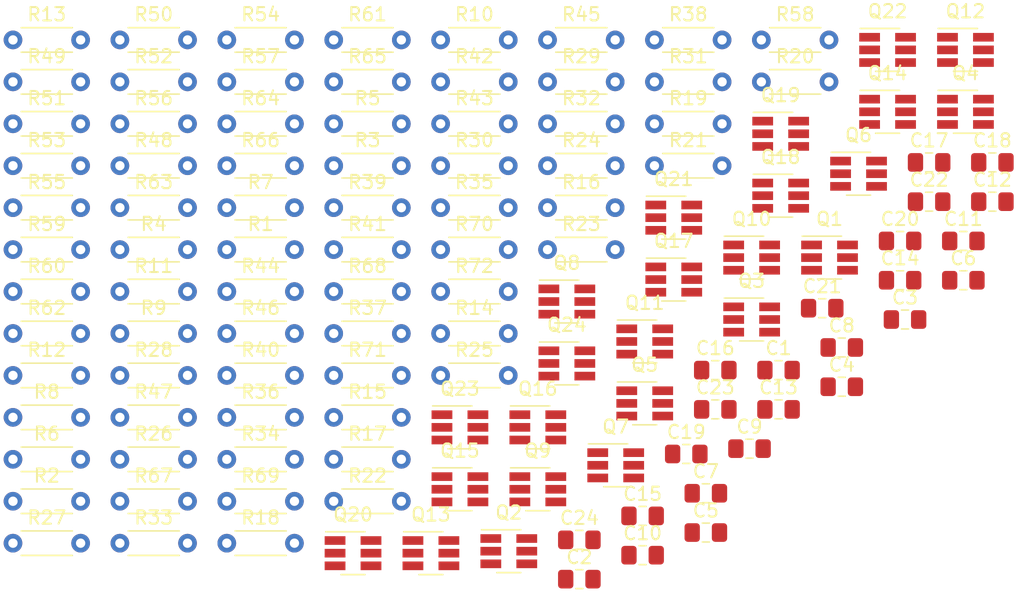
<source format=kicad_pcb>
(kicad_pcb (version 20171130) (host pcbnew "(5.1.5)-3")
  (layers (0 F.Cu signal) (31 B.Cu signal) (34 B.Paste user) (35 F.Paste user) (36 B.SilkS user) (37 F.SilkS user) (38 B.Mask user) (39 F.Mask user) (44 Edge.Cuts user))
  (net 0 "")
  (net 1 "Net-(C1-Pad2)")
  (net 2 "Net-(C1-Pad1)")
  (net 3 "Net-(C2-Pad2)")
  (net 4 "Net-(C2-Pad1)")
  (net 5 "Net-(C3-Pad2)")
  (net 6 "Net-(C3-Pad1)")
  (net 7 "Net-(C4-Pad2)")
  (net 8 "Net-(C4-Pad1)")
  (net 9 "Net-(C5-Pad2)")
  (net 10 "Net-(C5-Pad1)")
  (net 11 "Net-(C6-Pad2)")
  (net 12 "Net-(C6-Pad1)")
  (net 13 "Net-(C7-Pad2)")
  (net 14 "Net-(C7-Pad1)")
  (net 15 "Net-(C8-Pad2)")
  (net 16 "Net-(C8-Pad1)")
  (net 17 "Net-(C9-Pad2)")
  (net 18 "Net-(C9-Pad1)")
  (net 19 "Net-(C10-Pad2)")
  (net 20 "Net-(C10-Pad1)")
  (net 21 "Net-(C11-Pad2)")
  (net 22 "Net-(C11-Pad1)")
  (net 23 "Net-(C12-Pad2)")
  (net 24 "Net-(C12-Pad1)")
  (net 25 "Net-(C13-Pad2)")
  (net 26 "Net-(C13-Pad1)")
  (net 27 "Net-(C14-Pad2)")
  (net 28 "Net-(C14-Pad1)")
  (net 29 "Net-(C15-Pad2)")
  (net 30 "Net-(C15-Pad1)")
  (net 31 "Net-(C16-Pad2)")
  (net 32 "Net-(C16-Pad1)")
  (net 33 "Net-(C17-Pad2)")
  (net 34 "Net-(C17-Pad1)")
  (net 35 "Net-(C18-Pad2)")
  (net 36 "Net-(C18-Pad1)")
  (net 37 "Net-(C19-Pad2)")
  (net 38 "Net-(C19-Pad1)")
  (net 39 "Net-(C20-Pad2)")
  (net 40 "Net-(C20-Pad1)")
  (net 41 "Net-(C21-Pad2)")
  (net 42 "Net-(C21-Pad1)")
  (net 43 "Net-(C22-Pad2)")
  (net 44 "Net-(C22-Pad1)")
  (net 45 "Net-(C23-Pad2)")
  (net 46 "Net-(C23-Pad1)")
  (net 47 "Net-(C24-Pad2)")
  (net 48 "Net-(C24-Pad1)")
  (net 49 GND)
  (net 50 VCC)
  (net 51 "Net-(R4-Pad2)")
  (net 52 "Net-(R6-Pad2)")
  (net 53 "Net-(R8-Pad2)")
  (net 54 "Net-(R10-Pad1)")
  (net 55 "Net-(R12-Pad1)")
  (net 56 "Net-(R14-Pad1)")
  (net 57 "Net-(R22-Pad2)")
  (net 58 "Net-(R24-Pad2)")
  (net 59 "Net-(R26-Pad2)")
  (net 60 "Net-(R28-Pad1)")
  (net 61 "Net-(R30-Pad1)")
  (net 62 "Net-(R32-Pad1)")
  (net 63 "Net-(R40-Pad2)")
  (net 64 "Net-(R42-Pad2)")
  (net 65 "Net-(R44-Pad2)")
  (net 66 "Net-(R46-Pad1)")
  (net 67 "Net-(R48-Pad1)")
  (net 68 "Net-(R50-Pad1)")
  (net 69 "Net-(R58-Pad2)")
  (net 70 "Net-(R60-Pad2)")
  (net 71 "Net-(R62-Pad2)")
  (net 72 "Net-(R64-Pad1)")
  (net 73 "Net-(R66-Pad1)")
  (net 74 "Net-(R68-Pad1)")
  (module Resistor_THT:R_Axial_DIN0204_L3.6mm_D1.6mm_P5.08mm_Horizontal (layer F.Cu) (at 135.995 92.875)
    (fp_text reference R72 (at 2.54 -1.92) (layer F.SilkS))
    (fp_text value R_US)
    (pad 2 thru_hole oval (at 5.08 0) (size 1.4 1.4) (drill 0.7) (layers *.Cu *.Mask) (net 48 "Net-(C24-Pad1)"))
    (pad 1 thru_hole circle (at 0 0) (size 1.4 1.4) (drill 0.7) (layers *.Cu *.Mask) (net 50 VCC))
  )
  (module Resistor_THT:R_Axial_DIN0204_L3.6mm_D1.6mm_P5.08mm_Horizontal (layer F.Cu) (at 127.965 99.175)
    (fp_text reference R71 (at 2.54 -1.92) (layer F.SilkS))
    (fp_text value R_US)
    (pad 2 thru_hole oval (at 5.08 0) (size 1.4 1.4) (drill 0.7) (layers *.Cu *.Mask) (net 46 "Net-(C23-Pad1)"))
    (pad 1 thru_hole circle (at 0 0) (size 1.4 1.4) (drill 0.7) (layers *.Cu *.Mask) (net 50 VCC))
  )
  (module Resistor_THT:R_Axial_DIN0204_L3.6mm_D1.6mm_P5.08mm_Horizontal (layer F.Cu) (at 135.995 89.725)
    (fp_text reference R70 (at 2.54 -1.92) (layer F.SilkS))
    (fp_text value R_US)
    (pad 2 thru_hole oval (at 5.08 0) (size 1.4 1.4) (drill 0.7) (layers *.Cu *.Mask) (net 44 "Net-(C22-Pad1)"))
    (pad 1 thru_hole circle (at 0 0) (size 1.4 1.4) (drill 0.7) (layers *.Cu *.Mask) (net 50 VCC))
  )
  (module Resistor_THT:R_Axial_DIN0204_L3.6mm_D1.6mm_P5.08mm_Horizontal (layer F.Cu) (at 119.935 108.625)
    (fp_text reference R69 (at 2.54 -1.92) (layer F.SilkS))
    (fp_text value 27K)
    (pad 2 thru_hole oval (at 5.08 0) (size 1.4 1.4) (drill 0.7) (layers *.Cu *.Mask) (net 74 "Net-(R68-Pad1)"))
    (pad 1 thru_hole circle (at 0 0) (size 1.4 1.4) (drill 0.7) (layers *.Cu *.Mask) (net 47 "Net-(C24-Pad2)"))
  )
  (module Resistor_THT:R_Axial_DIN0204_L3.6mm_D1.6mm_P5.08mm_Horizontal (layer F.Cu) (at 127.965 92.875)
    (fp_text reference R68 (at 2.54 -1.92) (layer F.SilkS))
    (fp_text value 2K)
    (pad 2 thru_hole oval (at 5.08 0) (size 1.4 1.4) (drill 0.7) (layers *.Cu *.Mask) (net 50 VCC))
    (pad 1 thru_hole circle (at 0 0) (size 1.4 1.4) (drill 0.7) (layers *.Cu *.Mask) (net 74 "Net-(R68-Pad1)"))
  )
  (module Resistor_THT:R_Axial_DIN0204_L3.6mm_D1.6mm_P5.08mm_Horizontal (layer F.Cu) (at 111.905 108.625)
    (fp_text reference R67 (at 2.54 -1.92) (layer F.SilkS))
    (fp_text value 36K)
    (pad 2 thru_hole oval (at 5.08 0) (size 1.4 1.4) (drill 0.7) (layers *.Cu *.Mask) (net 73 "Net-(R66-Pad1)"))
    (pad 1 thru_hole circle (at 0 0) (size 1.4 1.4) (drill 0.7) (layers *.Cu *.Mask) (net 45 "Net-(C23-Pad2)"))
  )
  (module Resistor_THT:R_Axial_DIN0204_L3.6mm_D1.6mm_P5.08mm_Horizontal (layer F.Cu) (at 119.935 83.425)
    (fp_text reference R66 (at 2.54 -1.92) (layer F.SilkS))
    (fp_text value 0)
    (pad 2 thru_hole oval (at 5.08 0) (size 1.4 1.4) (drill 0.7) (layers *.Cu *.Mask) (net 50 VCC))
    (pad 1 thru_hole circle (at 0 0) (size 1.4 1.4) (drill 0.7) (layers *.Cu *.Mask) (net 73 "Net-(R66-Pad1)"))
  )
  (module Resistor_THT:R_Axial_DIN0204_L3.6mm_D1.6mm_P5.08mm_Horizontal (layer F.Cu) (at 127.965 77.125)
    (fp_text reference R65 (at 2.54 -1.92) (layer F.SilkS))
    (fp_text value 43K)
    (pad 2 thru_hole oval (at 5.08 0) (size 1.4 1.4) (drill 0.7) (layers *.Cu *.Mask) (net 72 "Net-(R64-Pad1)"))
    (pad 1 thru_hole circle (at 0 0) (size 1.4 1.4) (drill 0.7) (layers *.Cu *.Mask) (net 43 "Net-(C22-Pad2)"))
  )
  (module Resistor_THT:R_Axial_DIN0204_L3.6mm_D1.6mm_P5.08mm_Horizontal (layer F.Cu) (at 119.935 80.275)
    (fp_text reference R64 (at 2.54 -1.92) (layer F.SilkS))
    (fp_text value 3K)
    (pad 2 thru_hole oval (at 5.08 0) (size 1.4 1.4) (drill 0.7) (layers *.Cu *.Mask) (net 50 VCC))
    (pad 1 thru_hole circle (at 0 0) (size 1.4 1.4) (drill 0.7) (layers *.Cu *.Mask) (net 72 "Net-(R64-Pad1)"))
  )
  (module Resistor_THT:R_Axial_DIN0204_L3.6mm_D1.6mm_P5.08mm_Horizontal (layer F.Cu) (at 111.905 86.575)
    (fp_text reference R63 (at 2.54 -1.92) (layer F.SilkS))
    (fp_text value 27K)
    (pad 2 thru_hole oval (at 5.08 0) (size 1.4 1.4) (drill 0.7) (layers *.Cu *.Mask) (net 42 "Net-(C21-Pad1)"))
    (pad 1 thru_hole circle (at 0 0) (size 1.4 1.4) (drill 0.7) (layers *.Cu *.Mask) (net 71 "Net-(R62-Pad2)"))
  )
  (module Resistor_THT:R_Axial_DIN0204_L3.6mm_D1.6mm_P5.08mm_Horizontal (layer F.Cu) (at 103.875 96.025)
    (fp_text reference R62 (at 2.54 -1.92) (layer F.SilkS))
    (fp_text value 2K)
    (pad 2 thru_hole oval (at 5.08 0) (size 1.4 1.4) (drill 0.7) (layers *.Cu *.Mask) (net 71 "Net-(R62-Pad2)"))
    (pad 1 thru_hole circle (at 0 0) (size 1.4 1.4) (drill 0.7) (layers *.Cu *.Mask) (net 50 VCC))
  )
  (module Resistor_THT:R_Axial_DIN0204_L3.6mm_D1.6mm_P5.08mm_Horizontal (layer F.Cu) (at 127.965 73.975)
    (fp_text reference R61 (at 2.54 -1.92) (layer F.SilkS))
    (fp_text value 36K)
    (pad 2 thru_hole oval (at 5.08 0) (size 1.4 1.4) (drill 0.7) (layers *.Cu *.Mask) (net 40 "Net-(C20-Pad1)"))
    (pad 1 thru_hole circle (at 0 0) (size 1.4 1.4) (drill 0.7) (layers *.Cu *.Mask) (net 70 "Net-(R60-Pad2)"))
  )
  (module Resistor_THT:R_Axial_DIN0204_L3.6mm_D1.6mm_P5.08mm_Horizontal (layer F.Cu) (at 103.875 92.875)
    (fp_text reference R60 (at 2.54 -1.92) (layer F.SilkS))
    (fp_text value 0)
    (pad 2 thru_hole oval (at 5.08 0) (size 1.4 1.4) (drill 0.7) (layers *.Cu *.Mask) (net 70 "Net-(R60-Pad2)"))
    (pad 1 thru_hole circle (at 0 0) (size 1.4 1.4) (drill 0.7) (layers *.Cu *.Mask) (net 50 VCC))
  )
  (module Resistor_THT:R_Axial_DIN0204_L3.6mm_D1.6mm_P5.08mm_Horizontal (layer F.Cu) (at 103.875 89.725)
    (fp_text reference R59 (at 2.54 -1.92) (layer F.SilkS))
    (fp_text value 43K)
    (pad 2 thru_hole oval (at 5.08 0) (size 1.4 1.4) (drill 0.7) (layers *.Cu *.Mask) (net 38 "Net-(C19-Pad1)"))
    (pad 1 thru_hole circle (at 0 0) (size 1.4 1.4) (drill 0.7) (layers *.Cu *.Mask) (net 69 "Net-(R58-Pad2)"))
  )
  (module Resistor_THT:R_Axial_DIN0204_L3.6mm_D1.6mm_P5.08mm_Horizontal (layer F.Cu) (at 160.085 73.975)
    (fp_text reference R58 (at 2.54 -1.92) (layer F.SilkS))
    (fp_text value 3K)
    (pad 2 thru_hole oval (at 5.08 0) (size 1.4 1.4) (drill 0.7) (layers *.Cu *.Mask) (net 69 "Net-(R58-Pad2)"))
    (pad 1 thru_hole circle (at 0 0) (size 1.4 1.4) (drill 0.7) (layers *.Cu *.Mask) (net 50 VCC))
  )
  (module Resistor_THT:R_Axial_DIN0204_L3.6mm_D1.6mm_P5.08mm_Horizontal (layer F.Cu) (at 119.935 77.125)
    (fp_text reference R57 (at 2.54 -1.92) (layer F.SilkS))
    (fp_text value R_US)
    (pad 2 thru_hole oval (at 5.08 0) (size 1.4 1.4) (drill 0.7) (layers *.Cu *.Mask) (net 50 VCC))
    (pad 1 thru_hole circle (at 0 0) (size 1.4 1.4) (drill 0.7) (layers *.Cu *.Mask) (net 41 "Net-(C21-Pad2)"))
  )
  (module Resistor_THT:R_Axial_DIN0204_L3.6mm_D1.6mm_P5.08mm_Horizontal (layer F.Cu) (at 111.905 80.275)
    (fp_text reference R56 (at 2.54 -1.92) (layer F.SilkS))
    (fp_text value R_US)
    (pad 2 thru_hole oval (at 5.08 0) (size 1.4 1.4) (drill 0.7) (layers *.Cu *.Mask) (net 50 VCC))
    (pad 1 thru_hole circle (at 0 0) (size 1.4 1.4) (drill 0.7) (layers *.Cu *.Mask) (net 39 "Net-(C20-Pad2)"))
  )
  (module Resistor_THT:R_Axial_DIN0204_L3.6mm_D1.6mm_P5.08mm_Horizontal (layer F.Cu) (at 103.875 86.575)
    (fp_text reference R55 (at 2.54 -1.92) (layer F.SilkS))
    (fp_text value R_US)
    (pad 2 thru_hole oval (at 5.08 0) (size 1.4 1.4) (drill 0.7) (layers *.Cu *.Mask) (net 50 VCC))
    (pad 1 thru_hole circle (at 0 0) (size 1.4 1.4) (drill 0.7) (layers *.Cu *.Mask) (net 37 "Net-(C19-Pad2)"))
  )
  (module Resistor_THT:R_Axial_DIN0204_L3.6mm_D1.6mm_P5.08mm_Horizontal (layer F.Cu) (at 119.935 73.975)
    (fp_text reference R54 (at 2.54 -1.92) (layer F.SilkS))
    (fp_text value R_US)
    (pad 2 thru_hole oval (at 5.08 0) (size 1.4 1.4) (drill 0.7) (layers *.Cu *.Mask) (net 36 "Net-(C18-Pad1)"))
    (pad 1 thru_hole circle (at 0 0) (size 1.4 1.4) (drill 0.7) (layers *.Cu *.Mask) (net 50 VCC))
  )
  (module Resistor_THT:R_Axial_DIN0204_L3.6mm_D1.6mm_P5.08mm_Horizontal (layer F.Cu) (at 103.875 83.425)
    (fp_text reference R53 (at 2.54 -1.92) (layer F.SilkS))
    (fp_text value R_US)
    (pad 2 thru_hole oval (at 5.08 0) (size 1.4 1.4) (drill 0.7) (layers *.Cu *.Mask) (net 34 "Net-(C17-Pad1)"))
    (pad 1 thru_hole circle (at 0 0) (size 1.4 1.4) (drill 0.7) (layers *.Cu *.Mask) (net 50 VCC))
  )
  (module Resistor_THT:R_Axial_DIN0204_L3.6mm_D1.6mm_P5.08mm_Horizontal (layer F.Cu) (at 111.905 77.125)
    (fp_text reference R52 (at 2.54 -1.92) (layer F.SilkS))
    (fp_text value R_US)
    (pad 2 thru_hole oval (at 5.08 0) (size 1.4 1.4) (drill 0.7) (layers *.Cu *.Mask) (net 32 "Net-(C16-Pad1)"))
    (pad 1 thru_hole circle (at 0 0) (size 1.4 1.4) (drill 0.7) (layers *.Cu *.Mask) (net 50 VCC))
  )
  (module Resistor_THT:R_Axial_DIN0204_L3.6mm_D1.6mm_P5.08mm_Horizontal (layer F.Cu) (at 103.875 80.275)
    (fp_text reference R51 (at 2.54 -1.92) (layer F.SilkS))
    (fp_text value 30K)
    (pad 2 thru_hole oval (at 5.08 0) (size 1.4 1.4) (drill 0.7) (layers *.Cu *.Mask) (net 68 "Net-(R50-Pad1)"))
    (pad 1 thru_hole circle (at 0 0) (size 1.4 1.4) (drill 0.7) (layers *.Cu *.Mask) (net 35 "Net-(C18-Pad2)"))
  )
  (module Resistor_THT:R_Axial_DIN0204_L3.6mm_D1.6mm_P5.08mm_Horizontal (layer F.Cu) (at 111.905 73.975)
    (fp_text reference R50 (at 2.54 -1.92) (layer F.SilkS))
    (fp_text value 1K)
    (pad 2 thru_hole oval (at 5.08 0) (size 1.4 1.4) (drill 0.7) (layers *.Cu *.Mask) (net 50 VCC))
    (pad 1 thru_hole circle (at 0 0) (size 1.4 1.4) (drill 0.7) (layers *.Cu *.Mask) (net 68 "Net-(R50-Pad1)"))
  )
  (module Resistor_THT:R_Axial_DIN0204_L3.6mm_D1.6mm_P5.08mm_Horizontal (layer F.Cu) (at 103.875 77.125)
    (fp_text reference R49 (at 2.54 -1.92) (layer F.SilkS))
    (fp_text value 39K)
    (pad 2 thru_hole oval (at 5.08 0) (size 1.4 1.4) (drill 0.7) (layers *.Cu *.Mask) (net 67 "Net-(R48-Pad1)"))
    (pad 1 thru_hole circle (at 0 0) (size 1.4 1.4) (drill 0.7) (layers *.Cu *.Mask) (net 33 "Net-(C17-Pad2)"))
  )
  (module Resistor_THT:R_Axial_DIN0204_L3.6mm_D1.6mm_P5.08mm_Horizontal (layer F.Cu) (at 111.905 83.425)
    (fp_text reference R48 (at 2.54 -1.92) (layer F.SilkS))
    (fp_text value 0)
    (pad 2 thru_hole oval (at 5.08 0) (size 1.4 1.4) (drill 0.7) (layers *.Cu *.Mask) (net 50 VCC))
    (pad 1 thru_hole circle (at 0 0) (size 1.4 1.4) (drill 0.7) (layers *.Cu *.Mask) (net 67 "Net-(R48-Pad1)"))
  )
  (module Resistor_THT:R_Axial_DIN0204_L3.6mm_D1.6mm_P5.08mm_Horizontal (layer F.Cu) (at 111.905 102.325)
    (fp_text reference R47 (at 2.54 -1.92) (layer F.SilkS))
    (fp_text value 47K)
    (pad 2 thru_hole oval (at 5.08 0) (size 1.4 1.4) (drill 0.7) (layers *.Cu *.Mask) (net 66 "Net-(R46-Pad1)"))
    (pad 1 thru_hole circle (at 0 0) (size 1.4 1.4) (drill 0.7) (layers *.Cu *.Mask) (net 31 "Net-(C16-Pad2)"))
  )
  (module Resistor_THT:R_Axial_DIN0204_L3.6mm_D1.6mm_P5.08mm_Horizontal (layer F.Cu) (at 119.935 96.025)
    (fp_text reference R46 (at 2.54 -1.92) (layer F.SilkS))
    (fp_text value 2K)
    (pad 2 thru_hole oval (at 5.08 0) (size 1.4 1.4) (drill 0.7) (layers *.Cu *.Mask) (net 50 VCC))
    (pad 1 thru_hole circle (at 0 0) (size 1.4 1.4) (drill 0.7) (layers *.Cu *.Mask) (net 66 "Net-(R46-Pad1)"))
  )
  (module Resistor_THT:R_Axial_DIN0204_L3.6mm_D1.6mm_P5.08mm_Horizontal (layer F.Cu) (at 144.025 73.975)
    (fp_text reference R45 (at 2.54 -1.92) (layer F.SilkS))
    (fp_text value 30K)
    (pad 2 thru_hole oval (at 5.08 0) (size 1.4 1.4) (drill 0.7) (layers *.Cu *.Mask) (net 30 "Net-(C15-Pad1)"))
    (pad 1 thru_hole circle (at 0 0) (size 1.4 1.4) (drill 0.7) (layers *.Cu *.Mask) (net 65 "Net-(R44-Pad2)"))
  )
  (module Resistor_THT:R_Axial_DIN0204_L3.6mm_D1.6mm_P5.08mm_Horizontal (layer F.Cu) (at 119.935 92.875)
    (fp_text reference R44 (at 2.54 -1.92) (layer F.SilkS))
    (fp_text value 1K)
    (pad 2 thru_hole oval (at 5.08 0) (size 1.4 1.4) (drill 0.7) (layers *.Cu *.Mask) (net 65 "Net-(R44-Pad2)"))
    (pad 1 thru_hole circle (at 0 0) (size 1.4 1.4) (drill 0.7) (layers *.Cu *.Mask) (net 50 VCC))
  )
  (module Resistor_THT:R_Axial_DIN0204_L3.6mm_D1.6mm_P5.08mm_Horizontal (layer F.Cu) (at 135.995 80.275)
    (fp_text reference R43 (at 2.54 -1.92) (layer F.SilkS))
    (fp_text value 39K)
    (pad 2 thru_hole oval (at 5.08 0) (size 1.4 1.4) (drill 0.7) (layers *.Cu *.Mask) (net 28 "Net-(C14-Pad1)"))
    (pad 1 thru_hole circle (at 0 0) (size 1.4 1.4) (drill 0.7) (layers *.Cu *.Mask) (net 64 "Net-(R42-Pad2)"))
  )
  (module Resistor_THT:R_Axial_DIN0204_L3.6mm_D1.6mm_P5.08mm_Horizontal (layer F.Cu) (at 135.995 77.125)
    (fp_text reference R42 (at 2.54 -1.92) (layer F.SilkS))
    (fp_text value 0)
    (pad 2 thru_hole oval (at 5.08 0) (size 1.4 1.4) (drill 0.7) (layers *.Cu *.Mask) (net 64 "Net-(R42-Pad2)"))
    (pad 1 thru_hole circle (at 0 0) (size 1.4 1.4) (drill 0.7) (layers *.Cu *.Mask) (net 50 VCC))
  )
  (module Resistor_THT:R_Axial_DIN0204_L3.6mm_D1.6mm_P5.08mm_Horizontal (layer F.Cu) (at 127.965 89.725)
    (fp_text reference R41 (at 2.54 -1.92) (layer F.SilkS))
    (fp_text value 47K)
    (pad 2 thru_hole oval (at 5.08 0) (size 1.4 1.4) (drill 0.7) (layers *.Cu *.Mask) (net 26 "Net-(C13-Pad1)"))
    (pad 1 thru_hole circle (at 0 0) (size 1.4 1.4) (drill 0.7) (layers *.Cu *.Mask) (net 63 "Net-(R40-Pad2)"))
  )
  (module Resistor_THT:R_Axial_DIN0204_L3.6mm_D1.6mm_P5.08mm_Horizontal (layer F.Cu) (at 119.935 99.175)
    (fp_text reference R40 (at 2.54 -1.92) (layer F.SilkS))
    (fp_text value 2K)
    (pad 2 thru_hole oval (at 5.08 0) (size 1.4 1.4) (drill 0.7) (layers *.Cu *.Mask) (net 63 "Net-(R40-Pad2)"))
    (pad 1 thru_hole circle (at 0 0) (size 1.4 1.4) (drill 0.7) (layers *.Cu *.Mask) (net 50 VCC))
  )
  (module Resistor_THT:R_Axial_DIN0204_L3.6mm_D1.6mm_P5.08mm_Horizontal (layer F.Cu) (at 127.965 86.575)
    (fp_text reference R39 (at 2.54 -1.92) (layer F.SilkS))
    (fp_text value R_US)
    (pad 2 thru_hole oval (at 5.08 0) (size 1.4 1.4) (drill 0.7) (layers *.Cu *.Mask) (net 50 VCC))
    (pad 1 thru_hole circle (at 0 0) (size 1.4 1.4) (drill 0.7) (layers *.Cu *.Mask) (net 29 "Net-(C15-Pad2)"))
  )
  (module Resistor_THT:R_Axial_DIN0204_L3.6mm_D1.6mm_P5.08mm_Horizontal (layer F.Cu) (at 152.055 73.975)
    (fp_text reference R38 (at 2.54 -1.92) (layer F.SilkS))
    (fp_text value R_US)
    (pad 2 thru_hole oval (at 5.08 0) (size 1.4 1.4) (drill 0.7) (layers *.Cu *.Mask) (net 50 VCC))
    (pad 1 thru_hole circle (at 0 0) (size 1.4 1.4) (drill 0.7) (layers *.Cu *.Mask) (net 27 "Net-(C14-Pad2)"))
  )
  (module Resistor_THT:R_Axial_DIN0204_L3.6mm_D1.6mm_P5.08mm_Horizontal (layer F.Cu) (at 127.965 96.025)
    (fp_text reference R37 (at 2.54 -1.92) (layer F.SilkS))
    (fp_text value R_US)
    (pad 2 thru_hole oval (at 5.08 0) (size 1.4 1.4) (drill 0.7) (layers *.Cu *.Mask) (net 50 VCC))
    (pad 1 thru_hole circle (at 0 0) (size 1.4 1.4) (drill 0.7) (layers *.Cu *.Mask) (net 25 "Net-(C13-Pad2)"))
  )
  (module Resistor_THT:R_Axial_DIN0204_L3.6mm_D1.6mm_P5.08mm_Horizontal (layer F.Cu) (at 119.935 102.325)
    (fp_text reference R36 (at 2.54 -1.92) (layer F.SilkS))
    (fp_text value R_US)
    (pad 2 thru_hole oval (at 5.08 0) (size 1.4 1.4) (drill 0.7) (layers *.Cu *.Mask) (net 24 "Net-(C12-Pad1)"))
    (pad 1 thru_hole circle (at 0 0) (size 1.4 1.4) (drill 0.7) (layers *.Cu *.Mask) (net 50 VCC))
  )
  (module Resistor_THT:R_Axial_DIN0204_L3.6mm_D1.6mm_P5.08mm_Horizontal (layer F.Cu) (at 135.995 86.575)
    (fp_text reference R35 (at 2.54 -1.92) (layer F.SilkS))
    (fp_text value R_US)
    (pad 2 thru_hole oval (at 5.08 0) (size 1.4 1.4) (drill 0.7) (layers *.Cu *.Mask) (net 22 "Net-(C11-Pad1)"))
    (pad 1 thru_hole circle (at 0 0) (size 1.4 1.4) (drill 0.7) (layers *.Cu *.Mask) (net 50 VCC))
  )
  (module Resistor_THT:R_Axial_DIN0204_L3.6mm_D1.6mm_P5.08mm_Horizontal (layer F.Cu) (at 119.935 105.475)
    (fp_text reference R34 (at 2.54 -1.92) (layer F.SilkS))
    (fp_text value R_US)
    (pad 2 thru_hole oval (at 5.08 0) (size 1.4 1.4) (drill 0.7) (layers *.Cu *.Mask) (net 20 "Net-(C10-Pad1)"))
    (pad 1 thru_hole circle (at 0 0) (size 1.4 1.4) (drill 0.7) (layers *.Cu *.Mask) (net 50 VCC))
  )
  (module Resistor_THT:R_Axial_DIN0204_L3.6mm_D1.6mm_P5.08mm_Horizontal (layer F.Cu) (at 111.905 111.775)
    (fp_text reference R33 (at 2.54 -1.92) (layer F.SilkS))
    (fp_text value 30K)
    (pad 2 thru_hole oval (at 5.08 0) (size 1.4 1.4) (drill 0.7) (layers *.Cu *.Mask) (net 62 "Net-(R32-Pad1)"))
    (pad 1 thru_hole circle (at 0 0) (size 1.4 1.4) (drill 0.7) (layers *.Cu *.Mask) (net 23 "Net-(C12-Pad2)"))
  )
  (module Resistor_THT:R_Axial_DIN0204_L3.6mm_D1.6mm_P5.08mm_Horizontal (layer F.Cu) (at 144.025 80.275)
    (fp_text reference R32 (at 2.54 -1.92) (layer F.SilkS))
    (fp_text value 2K)
    (pad 2 thru_hole oval (at 5.08 0) (size 1.4 1.4) (drill 0.7) (layers *.Cu *.Mask) (net 50 VCC))
    (pad 1 thru_hole circle (at 0 0) (size 1.4 1.4) (drill 0.7) (layers *.Cu *.Mask) (net 62 "Net-(R32-Pad1)"))
  )
  (module Resistor_THT:R_Axial_DIN0204_L3.6mm_D1.6mm_P5.08mm_Horizontal (layer F.Cu) (at 152.055 77.125)
    (fp_text reference R31 (at 2.54 -1.92) (layer F.SilkS))
    (fp_text value 39K)
    (pad 2 thru_hole oval (at 5.08 0) (size 1.4 1.4) (drill 0.7) (layers *.Cu *.Mask) (net 61 "Net-(R30-Pad1)"))
    (pad 1 thru_hole circle (at 0 0) (size 1.4 1.4) (drill 0.7) (layers *.Cu *.Mask) (net 21 "Net-(C11-Pad2)"))
  )
  (module Resistor_THT:R_Axial_DIN0204_L3.6mm_D1.6mm_P5.08mm_Horizontal (layer F.Cu) (at 135.995 83.425)
    (fp_text reference R30 (at 2.54 -1.92) (layer F.SilkS))
    (fp_text value 2K)
    (pad 2 thru_hole oval (at 5.08 0) (size 1.4 1.4) (drill 0.7) (layers *.Cu *.Mask) (net 50 VCC))
    (pad 1 thru_hole circle (at 0 0) (size 1.4 1.4) (drill 0.7) (layers *.Cu *.Mask) (net 61 "Net-(R30-Pad1)"))
  )
  (module Resistor_THT:R_Axial_DIN0204_L3.6mm_D1.6mm_P5.08mm_Horizontal (layer F.Cu) (at 144.025 77.125)
    (fp_text reference R29 (at 2.54 -1.92) (layer F.SilkS))
    (fp_text value 51K)
    (pad 2 thru_hole oval (at 5.08 0) (size 1.4 1.4) (drill 0.7) (layers *.Cu *.Mask) (net 60 "Net-(R28-Pad1)"))
    (pad 1 thru_hole circle (at 0 0) (size 1.4 1.4) (drill 0.7) (layers *.Cu *.Mask) (net 19 "Net-(C10-Pad2)"))
  )
  (module Resistor_THT:R_Axial_DIN0204_L3.6mm_D1.6mm_P5.08mm_Horizontal (layer F.Cu) (at 111.905 99.175)
    (fp_text reference R28 (at 2.54 -1.92) (layer F.SilkS))
    (fp_text value 1K)
    (pad 2 thru_hole oval (at 5.08 0) (size 1.4 1.4) (drill 0.7) (layers *.Cu *.Mask) (net 50 VCC))
    (pad 1 thru_hole circle (at 0 0) (size 1.4 1.4) (drill 0.7) (layers *.Cu *.Mask) (net 60 "Net-(R28-Pad1)"))
  )
  (module Resistor_THT:R_Axial_DIN0204_L3.6mm_D1.6mm_P5.08mm_Horizontal (layer F.Cu) (at 103.875 111.775)
    (fp_text reference R27 (at 2.54 -1.92) (layer F.SilkS))
    (fp_text value 30K)
    (pad 2 thru_hole oval (at 5.08 0) (size 1.4 1.4) (drill 0.7) (layers *.Cu *.Mask) (net 18 "Net-(C9-Pad1)"))
    (pad 1 thru_hole circle (at 0 0) (size 1.4 1.4) (drill 0.7) (layers *.Cu *.Mask) (net 59 "Net-(R26-Pad2)"))
  )
  (module Resistor_THT:R_Axial_DIN0204_L3.6mm_D1.6mm_P5.08mm_Horizontal (layer F.Cu) (at 111.905 105.475)
    (fp_text reference R26 (at 2.54 -1.92) (layer F.SilkS))
    (fp_text value 2K)
    (pad 2 thru_hole oval (at 5.08 0) (size 1.4 1.4) (drill 0.7) (layers *.Cu *.Mask) (net 59 "Net-(R26-Pad2)"))
    (pad 1 thru_hole circle (at 0 0) (size 1.4 1.4) (drill 0.7) (layers *.Cu *.Mask) (net 50 VCC))
  )
  (module Resistor_THT:R_Axial_DIN0204_L3.6mm_D1.6mm_P5.08mm_Horizontal (layer F.Cu) (at 135.995 99.175)
    (fp_text reference R25 (at 2.54 -1.92) (layer F.SilkS))
    (fp_text value 39K)
    (pad 2 thru_hole oval (at 5.08 0) (size 1.4 1.4) (drill 0.7) (layers *.Cu *.Mask) (net 16 "Net-(C8-Pad1)"))
    (pad 1 thru_hole circle (at 0 0) (size 1.4 1.4) (drill 0.7) (layers *.Cu *.Mask) (net 58 "Net-(R24-Pad2)"))
  )
  (module Resistor_THT:R_Axial_DIN0204_L3.6mm_D1.6mm_P5.08mm_Horizontal (layer F.Cu) (at 144.025 83.425)
    (fp_text reference R24 (at 2.54 -1.92) (layer F.SilkS))
    (fp_text value 2K)
    (pad 2 thru_hole oval (at 5.08 0) (size 1.4 1.4) (drill 0.7) (layers *.Cu *.Mask) (net 58 "Net-(R24-Pad2)"))
    (pad 1 thru_hole circle (at 0 0) (size 1.4 1.4) (drill 0.7) (layers *.Cu *.Mask) (net 50 VCC))
  )
  (module Resistor_THT:R_Axial_DIN0204_L3.6mm_D1.6mm_P5.08mm_Horizontal (layer F.Cu) (at 144.025 89.725)
    (fp_text reference R23 (at 2.54 -1.92) (layer F.SilkS))
    (fp_text value 51K)
    (pad 2 thru_hole oval (at 5.08 0) (size 1.4 1.4) (drill 0.7) (layers *.Cu *.Mask) (net 14 "Net-(C7-Pad1)"))
    (pad 1 thru_hole circle (at 0 0) (size 1.4 1.4) (drill 0.7) (layers *.Cu *.Mask) (net 57 "Net-(R22-Pad2)"))
  )
  (module Resistor_THT:R_Axial_DIN0204_L3.6mm_D1.6mm_P5.08mm_Horizontal (layer F.Cu) (at 127.965 108.625)
    (fp_text reference R22 (at 2.54 -1.92) (layer F.SilkS))
    (fp_text value 1K)
    (pad 2 thru_hole oval (at 5.08 0) (size 1.4 1.4) (drill 0.7) (layers *.Cu *.Mask) (net 57 "Net-(R22-Pad2)"))
    (pad 1 thru_hole circle (at 0 0) (size 1.4 1.4) (drill 0.7) (layers *.Cu *.Mask) (net 50 VCC))
  )
  (module Resistor_THT:R_Axial_DIN0204_L3.6mm_D1.6mm_P5.08mm_Horizontal (layer F.Cu) (at 152.055 83.425)
    (fp_text reference R21 (at 2.54 -1.92) (layer F.SilkS))
    (fp_text value R_US)
    (pad 2 thru_hole oval (at 5.08 0) (size 1.4 1.4) (drill 0.7) (layers *.Cu *.Mask) (net 50 VCC))
    (pad 1 thru_hole circle (at 0 0) (size 1.4 1.4) (drill 0.7) (layers *.Cu *.Mask) (net 17 "Net-(C9-Pad2)"))
  )
  (module Resistor_THT:R_Axial_DIN0204_L3.6mm_D1.6mm_P5.08mm_Horizontal (layer F.Cu) (at 160.085 77.125)
    (fp_text reference R20 (at 2.54 -1.92) (layer F.SilkS))
    (fp_text value R_US)
    (pad 2 thru_hole oval (at 5.08 0) (size 1.4 1.4) (drill 0.7) (layers *.Cu *.Mask) (net 50 VCC))
    (pad 1 thru_hole circle (at 0 0) (size 1.4 1.4) (drill 0.7) (layers *.Cu *.Mask) (net 15 "Net-(C8-Pad2)"))
  )
  (module Resistor_THT:R_Axial_DIN0204_L3.6mm_D1.6mm_P5.08mm_Horizontal (layer F.Cu) (at 152.055 80.275)
    (fp_text reference R19 (at 2.54 -1.92) (layer F.SilkS))
    (fp_text value R_US)
    (pad 2 thru_hole oval (at 5.08 0) (size 1.4 1.4) (drill 0.7) (layers *.Cu *.Mask) (net 50 VCC))
    (pad 1 thru_hole circle (at 0 0) (size 1.4 1.4) (drill 0.7) (layers *.Cu *.Mask) (net 13 "Net-(C7-Pad2)"))
  )
  (module Resistor_THT:R_Axial_DIN0204_L3.6mm_D1.6mm_P5.08mm_Horizontal (layer F.Cu) (at 119.935 111.775)
    (fp_text reference R18 (at 2.54 -1.92) (layer F.SilkS))
    (fp_text value R_US)
    (pad 2 thru_hole oval (at 5.08 0) (size 1.4 1.4) (drill 0.7) (layers *.Cu *.Mask) (net 12 "Net-(C6-Pad1)"))
    (pad 1 thru_hole circle (at 0 0) (size 1.4 1.4) (drill 0.7) (layers *.Cu *.Mask) (net 50 VCC))
  )
  (module Resistor_THT:R_Axial_DIN0204_L3.6mm_D1.6mm_P5.08mm_Horizontal (layer F.Cu) (at 127.965 105.475)
    (fp_text reference R17 (at 2.54 -1.92) (layer F.SilkS))
    (fp_text value R_US)
    (pad 2 thru_hole oval (at 5.08 0) (size 1.4 1.4) (drill 0.7) (layers *.Cu *.Mask) (net 10 "Net-(C5-Pad1)"))
    (pad 1 thru_hole circle (at 0 0) (size 1.4 1.4) (drill 0.7) (layers *.Cu *.Mask) (net 50 VCC))
  )
  (module Resistor_THT:R_Axial_DIN0204_L3.6mm_D1.6mm_P5.08mm_Horizontal (layer F.Cu) (at 144.025 86.575)
    (fp_text reference R16 (at 2.54 -1.92) (layer F.SilkS))
    (fp_text value R_US)
    (pad 2 thru_hole oval (at 5.08 0) (size 1.4 1.4) (drill 0.7) (layers *.Cu *.Mask) (net 8 "Net-(C4-Pad1)"))
    (pad 1 thru_hole circle (at 0 0) (size 1.4 1.4) (drill 0.7) (layers *.Cu *.Mask) (net 50 VCC))
  )
  (module Resistor_THT:R_Axial_DIN0204_L3.6mm_D1.6mm_P5.08mm_Horizontal (layer F.Cu) (at 127.965 102.325)
    (fp_text reference R15 (at 2.54 -1.92) (layer F.SilkS))
    (fp_text value 33K)
    (pad 2 thru_hole oval (at 5.08 0) (size 1.4 1.4) (drill 0.7) (layers *.Cu *.Mask) (net 56 "Net-(R14-Pad1)"))
    (pad 1 thru_hole circle (at 0 0) (size 1.4 1.4) (drill 0.7) (layers *.Cu *.Mask) (net 11 "Net-(C6-Pad2)"))
  )
  (module Resistor_THT:R_Axial_DIN0204_L3.6mm_D1.6mm_P5.08mm_Horizontal (layer F.Cu) (at 135.995 96.025)
    (fp_text reference R14 (at 2.54 -1.92) (layer F.SilkS))
    (fp_text value 1K)
    (pad 2 thru_hole oval (at 5.08 0) (size 1.4 1.4) (drill 0.7) (layers *.Cu *.Mask) (net 50 VCC))
    (pad 1 thru_hole circle (at 0 0) (size 1.4 1.4) (drill 0.7) (layers *.Cu *.Mask) (net 56 "Net-(R14-Pad1)"))
  )
  (module Resistor_THT:R_Axial_DIN0204_L3.6mm_D1.6mm_P5.08mm_Horizontal (layer F.Cu) (at 103.875 73.975)
    (fp_text reference R13 (at 2.54 -1.92) (layer F.SilkS))
    (fp_text value 43K)
    (pad 2 thru_hole oval (at 5.08 0) (size 1.4 1.4) (drill 0.7) (layers *.Cu *.Mask) (net 55 "Net-(R12-Pad1)"))
    (pad 1 thru_hole circle (at 0 0) (size 1.4 1.4) (drill 0.7) (layers *.Cu *.Mask) (net 9 "Net-(C5-Pad2)"))
  )
  (module Resistor_THT:R_Axial_DIN0204_L3.6mm_D1.6mm_P5.08mm_Horizontal (layer F.Cu) (at 103.875 99.175)
    (fp_text reference R12 (at 2.54 -1.92) (layer F.SilkS))
    (fp_text value 0)
    (pad 2 thru_hole oval (at 5.08 0) (size 1.4 1.4) (drill 0.7) (layers *.Cu *.Mask) (net 50 VCC))
    (pad 1 thru_hole circle (at 0 0) (size 1.4 1.4) (drill 0.7) (layers *.Cu *.Mask) (net 55 "Net-(R12-Pad1)"))
  )
  (module Resistor_THT:R_Axial_DIN0204_L3.6mm_D1.6mm_P5.08mm_Horizontal (layer F.Cu) (at 111.905 92.875)
    (fp_text reference R11 (at 2.54 -1.92) (layer F.SilkS))
    (fp_text value 55k)
    (pad 2 thru_hole oval (at 5.08 0) (size 1.4 1.4) (drill 0.7) (layers *.Cu *.Mask) (net 54 "Net-(R10-Pad1)"))
    (pad 1 thru_hole circle (at 0 0) (size 1.4 1.4) (drill 0.7) (layers *.Cu *.Mask) (net 7 "Net-(C4-Pad2)"))
  )
  (module Resistor_THT:R_Axial_DIN0204_L3.6mm_D1.6mm_P5.08mm_Horizontal (layer F.Cu) (at 135.995 73.975)
    (fp_text reference R10 (at 2.54 -1.92) (layer F.SilkS))
    (fp_text value 0)
    (pad 2 thru_hole oval (at 5.08 0) (size 1.4 1.4) (drill 0.7) (layers *.Cu *.Mask) (net 50 VCC))
    (pad 1 thru_hole circle (at 0 0) (size 1.4 1.4) (drill 0.7) (layers *.Cu *.Mask) (net 54 "Net-(R10-Pad1)"))
  )
  (module Resistor_THT:R_Axial_DIN0204_L3.6mm_D1.6mm_P5.08mm_Horizontal (layer F.Cu) (at 111.905 96.025)
    (fp_text reference R9 (at 2.54 -1.92) (layer F.SilkS))
    (fp_text value 33K)
    (pad 2 thru_hole oval (at 5.08 0) (size 1.4 1.4) (drill 0.7) (layers *.Cu *.Mask) (net 6 "Net-(C3-Pad1)"))
    (pad 1 thru_hole circle (at 0 0) (size 1.4 1.4) (drill 0.7) (layers *.Cu *.Mask) (net 53 "Net-(R8-Pad2)"))
  )
  (module Resistor_THT:R_Axial_DIN0204_L3.6mm_D1.6mm_P5.08mm_Horizontal (layer F.Cu) (at 103.875 102.325)
    (fp_text reference R8 (at 2.54 -1.92) (layer F.SilkS))
    (fp_text value 1K)
    (pad 2 thru_hole oval (at 5.08 0) (size 1.4 1.4) (drill 0.7) (layers *.Cu *.Mask) (net 53 "Net-(R8-Pad2)"))
    (pad 1 thru_hole circle (at 0 0) (size 1.4 1.4) (drill 0.7) (layers *.Cu *.Mask) (net 50 VCC))
  )
  (module Resistor_THT:R_Axial_DIN0204_L3.6mm_D1.6mm_P5.08mm_Horizontal (layer F.Cu) (at 119.935 86.575)
    (fp_text reference R7 (at 2.54 -1.92) (layer F.SilkS))
    (fp_text value 43K)
    (pad 2 thru_hole oval (at 5.08 0) (size 1.4 1.4) (drill 0.7) (layers *.Cu *.Mask) (net 4 "Net-(C2-Pad1)"))
    (pad 1 thru_hole circle (at 0 0) (size 1.4 1.4) (drill 0.7) (layers *.Cu *.Mask) (net 52 "Net-(R6-Pad2)"))
  )
  (module Resistor_THT:R_Axial_DIN0204_L3.6mm_D1.6mm_P5.08mm_Horizontal (layer F.Cu) (at 103.875 105.475)
    (fp_text reference R6 (at 2.54 -1.92) (layer F.SilkS))
    (fp_text value 0)
    (pad 2 thru_hole oval (at 5.08 0) (size 1.4 1.4) (drill 0.7) (layers *.Cu *.Mask) (net 52 "Net-(R6-Pad2)"))
    (pad 1 thru_hole circle (at 0 0) (size 1.4 1.4) (drill 0.7) (layers *.Cu *.Mask) (net 50 VCC))
  )
  (module Resistor_THT:R_Axial_DIN0204_L3.6mm_D1.6mm_P5.08mm_Horizontal (layer F.Cu) (at 127.965 80.275)
    (fp_text reference R5 (at 2.54 -1.92) (layer F.SilkS))
    (fp_text value 55K)
    (pad 2 thru_hole oval (at 5.08 0) (size 1.4 1.4) (drill 0.7) (layers *.Cu *.Mask) (net 2 "Net-(C1-Pad1)"))
    (pad 1 thru_hole circle (at 0 0) (size 1.4 1.4) (drill 0.7) (layers *.Cu *.Mask) (net 51 "Net-(R4-Pad2)"))
  )
  (module Resistor_THT:R_Axial_DIN0204_L3.6mm_D1.6mm_P5.08mm_Horizontal (layer F.Cu) (at 111.905 89.725)
    (fp_text reference R4 (at 2.54 -1.92) (layer F.SilkS))
    (fp_text value 0)
    (pad 2 thru_hole oval (at 5.08 0) (size 1.4 1.4) (drill 0.7) (layers *.Cu *.Mask) (net 51 "Net-(R4-Pad2)"))
    (pad 1 thru_hole circle (at 0 0) (size 1.4 1.4) (drill 0.7) (layers *.Cu *.Mask) (net 50 VCC))
  )
  (module Resistor_THT:R_Axial_DIN0204_L3.6mm_D1.6mm_P5.08mm_Horizontal (layer F.Cu) (at 127.965 83.425)
    (fp_text reference R3 (at 2.54 -1.92) (layer F.SilkS))
    (fp_text value R_US)
    (pad 2 thru_hole oval (at 5.08 0) (size 1.4 1.4) (drill 0.7) (layers *.Cu *.Mask) (net 50 VCC))
    (pad 1 thru_hole circle (at 0 0) (size 1.4 1.4) (drill 0.7) (layers *.Cu *.Mask) (net 5 "Net-(C3-Pad2)"))
  )
  (module Resistor_THT:R_Axial_DIN0204_L3.6mm_D1.6mm_P5.08mm_Horizontal (layer F.Cu) (at 103.875 108.625)
    (fp_text reference R2 (at 2.54 -1.92) (layer F.SilkS))
    (fp_text value R_US)
    (pad 2 thru_hole oval (at 5.08 0) (size 1.4 1.4) (drill 0.7) (layers *.Cu *.Mask) (net 50 VCC))
    (pad 1 thru_hole circle (at 0 0) (size 1.4 1.4) (drill 0.7) (layers *.Cu *.Mask) (net 3 "Net-(C2-Pad2)"))
  )
  (module Resistor_THT:R_Axial_DIN0204_L3.6mm_D1.6mm_P5.08mm_Horizontal (layer F.Cu) (at 119.935 89.725)
    (fp_text reference R1 (at 2.54 -1.92) (layer F.SilkS))
    (fp_text value R_US)
    (pad 2 thru_hole oval (at 5.08 0) (size 1.4 1.4) (drill 0.7) (layers *.Cu *.Mask) (net 50 VCC))
    (pad 1 thru_hole circle (at 0 0) (size 1.4 1.4) (drill 0.7) (layers *.Cu *.Mask) (net 1 "Net-(C1-Pad2)"))
  )
  (module Package_TO_SOT_SMD:SOT-23-6_Handsoldering (layer F.Cu) (at 145.475 98.275)
    (fp_text reference Q24 (at 0 -2.9) (layer F.SilkS))
    (fp_text value Q_NPN_BCE)
    (pad 5 smd rect (at 1.35 0) (size 1.56 0.65) (layers F.Cu F.Paste F.Mask))
    (pad 6 smd rect (at 1.35 -0.95) (size 1.56 0.65) (layers F.Cu F.Paste F.Mask))
    (pad 4 smd rect (at 1.35 0.95) (size 1.56 0.65) (layers F.Cu F.Paste F.Mask))
    (pad 3 smd rect (at -1.35 0.95) (size 1.56 0.65) (layers F.Cu F.Paste F.Mask) (net 49 GND))
    (pad 2 smd rect (at -1.35 0) (size 1.56 0.65) (layers F.Cu F.Paste F.Mask) (net 48 "Net-(C24-Pad1)"))
    (pad 1 smd rect (at -1.35 -0.95) (size 1.56 0.65) (layers F.Cu F.Paste F.Mask) (net 42 "Net-(C21-Pad1)"))
  )
  (module Package_TO_SOT_SMD:SOT-23-6_Handsoldering (layer F.Cu) (at 137.445 103.075)
    (fp_text reference Q23 (at 0 -2.9) (layer F.SilkS))
    (fp_text value Q_NPN_BCE)
    (pad 5 smd rect (at 1.35 0) (size 1.56 0.65) (layers F.Cu F.Paste F.Mask))
    (pad 6 smd rect (at 1.35 -0.95) (size 1.56 0.65) (layers F.Cu F.Paste F.Mask))
    (pad 4 smd rect (at 1.35 0.95) (size 1.56 0.65) (layers F.Cu F.Paste F.Mask))
    (pad 3 smd rect (at -1.35 0.95) (size 1.56 0.65) (layers F.Cu F.Paste F.Mask) (net 49 GND))
    (pad 2 smd rect (at -1.35 0) (size 1.56 0.65) (layers F.Cu F.Paste F.Mask) (net 46 "Net-(C23-Pad1)"))
    (pad 1 smd rect (at -1.35 -0.95) (size 1.56 0.65) (layers F.Cu F.Paste F.Mask) (net 40 "Net-(C20-Pad1)"))
  )
  (module Package_TO_SOT_SMD:SOT-23-6_Handsoldering (layer F.Cu) (at 169.565 74.725)
    (fp_text reference Q22 (at 0 -2.9) (layer F.SilkS))
    (fp_text value Q_NPN_BCE)
    (pad 5 smd rect (at 1.35 0) (size 1.56 0.65) (layers F.Cu F.Paste F.Mask))
    (pad 6 smd rect (at 1.35 -0.95) (size 1.56 0.65) (layers F.Cu F.Paste F.Mask))
    (pad 4 smd rect (at 1.35 0.95) (size 1.56 0.65) (layers F.Cu F.Paste F.Mask))
    (pad 3 smd rect (at -1.35 0.95) (size 1.56 0.65) (layers F.Cu F.Paste F.Mask) (net 49 GND))
    (pad 2 smd rect (at -1.35 0) (size 1.56 0.65) (layers F.Cu F.Paste F.Mask) (net 44 "Net-(C22-Pad1)"))
    (pad 1 smd rect (at -1.35 -0.95) (size 1.56 0.65) (layers F.Cu F.Paste F.Mask) (net 38 "Net-(C19-Pad1)"))
  )
  (module Package_TO_SOT_SMD:SOT-23-6_Handsoldering (layer F.Cu) (at 153.505 87.325)
    (fp_text reference Q21 (at 0 -2.9) (layer F.SilkS))
    (fp_text value Q_NPN_BCE)
    (pad 5 smd rect (at 1.35 0) (size 1.56 0.65) (layers F.Cu F.Paste F.Mask))
    (pad 6 smd rect (at 1.35 -0.95) (size 1.56 0.65) (layers F.Cu F.Paste F.Mask))
    (pad 4 smd rect (at 1.35 0.95) (size 1.56 0.65) (layers F.Cu F.Paste F.Mask))
    (pad 3 smd rect (at -1.35 0.95) (size 1.56 0.65) (layers F.Cu F.Paste F.Mask) (net 49 GND))
    (pad 2 smd rect (at -1.35 0) (size 1.56 0.65) (layers F.Cu F.Paste F.Mask) (net 41 "Net-(C21-Pad2)"))
    (pad 1 smd rect (at -1.35 -0.95) (size 1.56 0.65) (layers F.Cu F.Paste F.Mask) (net 47 "Net-(C24-Pad2)"))
  )
  (module Package_TO_SOT_SMD:SOT-23-6_Handsoldering (layer F.Cu) (at 129.415 112.525)
    (fp_text reference Q20 (at 0 -2.9) (layer F.SilkS))
    (fp_text value Q_NPN_BCE)
    (pad 5 smd rect (at 1.35 0) (size 1.56 0.65) (layers F.Cu F.Paste F.Mask))
    (pad 6 smd rect (at 1.35 -0.95) (size 1.56 0.65) (layers F.Cu F.Paste F.Mask))
    (pad 4 smd rect (at 1.35 0.95) (size 1.56 0.65) (layers F.Cu F.Paste F.Mask))
    (pad 3 smd rect (at -1.35 0.95) (size 1.56 0.65) (layers F.Cu F.Paste F.Mask) (net 49 GND))
    (pad 2 smd rect (at -1.35 0) (size 1.56 0.65) (layers F.Cu F.Paste F.Mask) (net 39 "Net-(C20-Pad2)"))
    (pad 1 smd rect (at -1.35 -0.95) (size 1.56 0.65) (layers F.Cu F.Paste F.Mask) (net 45 "Net-(C23-Pad2)"))
  )
  (module Package_TO_SOT_SMD:SOT-23-6_Handsoldering (layer F.Cu) (at 161.535 81.025)
    (fp_text reference Q19 (at 0 -2.9) (layer F.SilkS))
    (fp_text value Q_NPN_BCE)
    (pad 5 smd rect (at 1.35 0) (size 1.56 0.65) (layers F.Cu F.Paste F.Mask))
    (pad 6 smd rect (at 1.35 -0.95) (size 1.56 0.65) (layers F.Cu F.Paste F.Mask))
    (pad 4 smd rect (at 1.35 0.95) (size 1.56 0.65) (layers F.Cu F.Paste F.Mask))
    (pad 3 smd rect (at -1.35 0.95) (size 1.56 0.65) (layers F.Cu F.Paste F.Mask) (net 49 GND))
    (pad 2 smd rect (at -1.35 0) (size 1.56 0.65) (layers F.Cu F.Paste F.Mask) (net 37 "Net-(C19-Pad2)"))
    (pad 1 smd rect (at -1.35 -0.95) (size 1.56 0.65) (layers F.Cu F.Paste F.Mask) (net 43 "Net-(C22-Pad2)"))
  )
  (module Package_TO_SOT_SMD:SOT-23-6_Handsoldering (layer F.Cu) (at 161.535 85.675)
    (fp_text reference Q18 (at 0 -2.9) (layer F.SilkS))
    (fp_text value Q_NPN_BCE)
    (pad 5 smd rect (at 1.35 0) (size 1.56 0.65) (layers F.Cu F.Paste F.Mask))
    (pad 6 smd rect (at 1.35 -0.95) (size 1.56 0.65) (layers F.Cu F.Paste F.Mask))
    (pad 4 smd rect (at 1.35 0.95) (size 1.56 0.65) (layers F.Cu F.Paste F.Mask))
    (pad 3 smd rect (at -1.35 0.95) (size 1.56 0.65) (layers F.Cu F.Paste F.Mask) (net 49 GND))
    (pad 2 smd rect (at -1.35 0) (size 1.56 0.65) (layers F.Cu F.Paste F.Mask) (net 36 "Net-(C18-Pad1)"))
    (pad 1 smd rect (at -1.35 -0.95) (size 1.56 0.65) (layers F.Cu F.Paste F.Mask) (net 30 "Net-(C15-Pad1)"))
  )
  (module Package_TO_SOT_SMD:SOT-23-6_Handsoldering (layer F.Cu) (at 153.505 91.975)
    (fp_text reference Q17 (at 0 -2.9) (layer F.SilkS))
    (fp_text value Q_NPN_BCE)
    (pad 5 smd rect (at 1.35 0) (size 1.56 0.65) (layers F.Cu F.Paste F.Mask))
    (pad 6 smd rect (at 1.35 -0.95) (size 1.56 0.65) (layers F.Cu F.Paste F.Mask))
    (pad 4 smd rect (at 1.35 0.95) (size 1.56 0.65) (layers F.Cu F.Paste F.Mask))
    (pad 3 smd rect (at -1.35 0.95) (size 1.56 0.65) (layers F.Cu F.Paste F.Mask) (net 49 GND))
    (pad 2 smd rect (at -1.35 0) (size 1.56 0.65) (layers F.Cu F.Paste F.Mask) (net 34 "Net-(C17-Pad1)"))
    (pad 1 smd rect (at -1.35 -0.95) (size 1.56 0.65) (layers F.Cu F.Paste F.Mask) (net 28 "Net-(C14-Pad1)"))
  )
  (module Package_TO_SOT_SMD:SOT-23-6_Handsoldering (layer F.Cu) (at 143.295 103.075)
    (fp_text reference Q16 (at 0 -2.9) (layer F.SilkS))
    (fp_text value Q_NPN_BCE)
    (pad 5 smd rect (at 1.35 0) (size 1.56 0.65) (layers F.Cu F.Paste F.Mask))
    (pad 6 smd rect (at 1.35 -0.95) (size 1.56 0.65) (layers F.Cu F.Paste F.Mask))
    (pad 4 smd rect (at 1.35 0.95) (size 1.56 0.65) (layers F.Cu F.Paste F.Mask))
    (pad 3 smd rect (at -1.35 0.95) (size 1.56 0.65) (layers F.Cu F.Paste F.Mask) (net 49 GND))
    (pad 2 smd rect (at -1.35 0) (size 1.56 0.65) (layers F.Cu F.Paste F.Mask) (net 32 "Net-(C16-Pad1)"))
    (pad 1 smd rect (at -1.35 -0.95) (size 1.56 0.65) (layers F.Cu F.Paste F.Mask) (net 26 "Net-(C13-Pad1)"))
  )
  (module Package_TO_SOT_SMD:SOT-23-6_Handsoldering (layer F.Cu) (at 137.445 107.725)
    (fp_text reference Q15 (at 0 -2.9) (layer F.SilkS))
    (fp_text value Q_NPN_BCE)
    (pad 5 smd rect (at 1.35 0) (size 1.56 0.65) (layers F.Cu F.Paste F.Mask))
    (pad 6 smd rect (at 1.35 -0.95) (size 1.56 0.65) (layers F.Cu F.Paste F.Mask))
    (pad 4 smd rect (at 1.35 0.95) (size 1.56 0.65) (layers F.Cu F.Paste F.Mask))
    (pad 3 smd rect (at -1.35 0.95) (size 1.56 0.65) (layers F.Cu F.Paste F.Mask) (net 49 GND))
    (pad 2 smd rect (at -1.35 0) (size 1.56 0.65) (layers F.Cu F.Paste F.Mask) (net 29 "Net-(C15-Pad2)"))
    (pad 1 smd rect (at -1.35 -0.95) (size 1.56 0.65) (layers F.Cu F.Paste F.Mask) (net 35 "Net-(C18-Pad2)"))
  )
  (module Package_TO_SOT_SMD:SOT-23-6_Handsoldering (layer F.Cu) (at 169.565 79.375)
    (fp_text reference Q14 (at 0 -2.9) (layer F.SilkS))
    (fp_text value Q_NPN_BCE)
    (pad 5 smd rect (at 1.35 0) (size 1.56 0.65) (layers F.Cu F.Paste F.Mask))
    (pad 6 smd rect (at 1.35 -0.95) (size 1.56 0.65) (layers F.Cu F.Paste F.Mask))
    (pad 4 smd rect (at 1.35 0.95) (size 1.56 0.65) (layers F.Cu F.Paste F.Mask))
    (pad 3 smd rect (at -1.35 0.95) (size 1.56 0.65) (layers F.Cu F.Paste F.Mask) (net 49 GND))
    (pad 2 smd rect (at -1.35 0) (size 1.56 0.65) (layers F.Cu F.Paste F.Mask) (net 27 "Net-(C14-Pad2)"))
    (pad 1 smd rect (at -1.35 -0.95) (size 1.56 0.65) (layers F.Cu F.Paste F.Mask) (net 33 "Net-(C17-Pad2)"))
  )
  (module Package_TO_SOT_SMD:SOT-23-6_Handsoldering (layer F.Cu) (at 135.265 112.525)
    (fp_text reference Q13 (at 0 -2.9) (layer F.SilkS))
    (fp_text value Q_NPN_BCE)
    (pad 5 smd rect (at 1.35 0) (size 1.56 0.65) (layers F.Cu F.Paste F.Mask))
    (pad 6 smd rect (at 1.35 -0.95) (size 1.56 0.65) (layers F.Cu F.Paste F.Mask))
    (pad 4 smd rect (at 1.35 0.95) (size 1.56 0.65) (layers F.Cu F.Paste F.Mask))
    (pad 3 smd rect (at -1.35 0.95) (size 1.56 0.65) (layers F.Cu F.Paste F.Mask) (net 49 GND))
    (pad 2 smd rect (at -1.35 0) (size 1.56 0.65) (layers F.Cu F.Paste F.Mask) (net 25 "Net-(C13-Pad2)"))
    (pad 1 smd rect (at -1.35 -0.95) (size 1.56 0.65) (layers F.Cu F.Paste F.Mask) (net 31 "Net-(C16-Pad2)"))
  )
  (module Package_TO_SOT_SMD:SOT-23-6_Handsoldering (layer F.Cu) (at 175.415 74.725)
    (fp_text reference Q12 (at 0 -2.9) (layer F.SilkS))
    (fp_text value Q_NPN_BCE)
    (pad 5 smd rect (at 1.35 0) (size 1.56 0.65) (layers F.Cu F.Paste F.Mask))
    (pad 6 smd rect (at 1.35 -0.95) (size 1.56 0.65) (layers F.Cu F.Paste F.Mask))
    (pad 4 smd rect (at 1.35 0.95) (size 1.56 0.65) (layers F.Cu F.Paste F.Mask))
    (pad 3 smd rect (at -1.35 0.95) (size 1.56 0.65) (layers F.Cu F.Paste F.Mask) (net 49 GND))
    (pad 2 smd rect (at -1.35 0) (size 1.56 0.65) (layers F.Cu F.Paste F.Mask) (net 24 "Net-(C12-Pad1)"))
    (pad 1 smd rect (at -1.35 -0.95) (size 1.56 0.65) (layers F.Cu F.Paste F.Mask) (net 18 "Net-(C9-Pad1)"))
  )
  (module Package_TO_SOT_SMD:SOT-23-6_Handsoldering (layer F.Cu) (at 151.325 96.625)
    (fp_text reference Q11 (at 0 -2.9) (layer F.SilkS))
    (fp_text value Q_NPN_BCE)
    (pad 5 smd rect (at 1.35 0) (size 1.56 0.65) (layers F.Cu F.Paste F.Mask))
    (pad 6 smd rect (at 1.35 -0.95) (size 1.56 0.65) (layers F.Cu F.Paste F.Mask))
    (pad 4 smd rect (at 1.35 0.95) (size 1.56 0.65) (layers F.Cu F.Paste F.Mask))
    (pad 3 smd rect (at -1.35 0.95) (size 1.56 0.65) (layers F.Cu F.Paste F.Mask) (net 49 GND))
    (pad 2 smd rect (at -1.35 0) (size 1.56 0.65) (layers F.Cu F.Paste F.Mask) (net 22 "Net-(C11-Pad1)"))
    (pad 1 smd rect (at -1.35 -0.95) (size 1.56 0.65) (layers F.Cu F.Paste F.Mask) (net 16 "Net-(C8-Pad1)"))
  )
  (module Package_TO_SOT_SMD:SOT-23-6_Handsoldering (layer F.Cu) (at 159.355 90.325)
    (fp_text reference Q10 (at 0 -2.9) (layer F.SilkS))
    (fp_text value Q_NPN_BCE)
    (pad 5 smd rect (at 1.35 0) (size 1.56 0.65) (layers F.Cu F.Paste F.Mask))
    (pad 6 smd rect (at 1.35 -0.95) (size 1.56 0.65) (layers F.Cu F.Paste F.Mask))
    (pad 4 smd rect (at 1.35 0.95) (size 1.56 0.65) (layers F.Cu F.Paste F.Mask))
    (pad 3 smd rect (at -1.35 0.95) (size 1.56 0.65) (layers F.Cu F.Paste F.Mask) (net 49 GND))
    (pad 2 smd rect (at -1.35 0) (size 1.56 0.65) (layers F.Cu F.Paste F.Mask) (net 20 "Net-(C10-Pad1)"))
    (pad 1 smd rect (at -1.35 -0.95) (size 1.56 0.65) (layers F.Cu F.Paste F.Mask) (net 14 "Net-(C7-Pad1)"))
  )
  (module Package_TO_SOT_SMD:SOT-23-6_Handsoldering (layer F.Cu) (at 143.295 107.725)
    (fp_text reference Q9 (at 0 -2.9) (layer F.SilkS))
    (fp_text value Q_NPN_BCE)
    (pad 5 smd rect (at 1.35 0) (size 1.56 0.65) (layers F.Cu F.Paste F.Mask))
    (pad 6 smd rect (at 1.35 -0.95) (size 1.56 0.65) (layers F.Cu F.Paste F.Mask))
    (pad 4 smd rect (at 1.35 0.95) (size 1.56 0.65) (layers F.Cu F.Paste F.Mask))
    (pad 3 smd rect (at -1.35 0.95) (size 1.56 0.65) (layers F.Cu F.Paste F.Mask) (net 49 GND))
    (pad 2 smd rect (at -1.35 0) (size 1.56 0.65) (layers F.Cu F.Paste F.Mask) (net 17 "Net-(C9-Pad2)"))
    (pad 1 smd rect (at -1.35 -0.95) (size 1.56 0.65) (layers F.Cu F.Paste F.Mask) (net 23 "Net-(C12-Pad2)"))
  )
  (module Package_TO_SOT_SMD:SOT-23-6_Handsoldering (layer F.Cu) (at 145.475 93.625)
    (fp_text reference Q8 (at 0 -2.9) (layer F.SilkS))
    (fp_text value Q_NPN_BCE)
    (pad 5 smd rect (at 1.35 0) (size 1.56 0.65) (layers F.Cu F.Paste F.Mask))
    (pad 6 smd rect (at 1.35 -0.95) (size 1.56 0.65) (layers F.Cu F.Paste F.Mask))
    (pad 4 smd rect (at 1.35 0.95) (size 1.56 0.65) (layers F.Cu F.Paste F.Mask))
    (pad 3 smd rect (at -1.35 0.95) (size 1.56 0.65) (layers F.Cu F.Paste F.Mask) (net 49 GND))
    (pad 2 smd rect (at -1.35 0) (size 1.56 0.65) (layers F.Cu F.Paste F.Mask) (net 15 "Net-(C8-Pad2)"))
    (pad 1 smd rect (at -1.35 -0.95) (size 1.56 0.65) (layers F.Cu F.Paste F.Mask) (net 21 "Net-(C11-Pad2)"))
  )
  (module Package_TO_SOT_SMD:SOT-23-6_Handsoldering (layer F.Cu) (at 149.145 105.925)
    (fp_text reference Q7 (at 0 -2.9) (layer F.SilkS))
    (fp_text value Q_NPN_BCE)
    (pad 5 smd rect (at 1.35 0) (size 1.56 0.65) (layers F.Cu F.Paste F.Mask))
    (pad 6 smd rect (at 1.35 -0.95) (size 1.56 0.65) (layers F.Cu F.Paste F.Mask))
    (pad 4 smd rect (at 1.35 0.95) (size 1.56 0.65) (layers F.Cu F.Paste F.Mask))
    (pad 3 smd rect (at -1.35 0.95) (size 1.56 0.65) (layers F.Cu F.Paste F.Mask) (net 49 GND))
    (pad 2 smd rect (at -1.35 0) (size 1.56 0.65) (layers F.Cu F.Paste F.Mask) (net 13 "Net-(C7-Pad2)"))
    (pad 1 smd rect (at -1.35 -0.95) (size 1.56 0.65) (layers F.Cu F.Paste F.Mask) (net 19 "Net-(C10-Pad2)"))
  )
  (module Package_TO_SOT_SMD:SOT-23-6_Handsoldering (layer F.Cu) (at 167.385 84.025)
    (fp_text reference Q6 (at 0 -2.9) (layer F.SilkS))
    (fp_text value Q_NPN_BCE)
    (pad 5 smd rect (at 1.35 0) (size 1.56 0.65) (layers F.Cu F.Paste F.Mask))
    (pad 6 smd rect (at 1.35 -0.95) (size 1.56 0.65) (layers F.Cu F.Paste F.Mask))
    (pad 4 smd rect (at 1.35 0.95) (size 1.56 0.65) (layers F.Cu F.Paste F.Mask))
    (pad 3 smd rect (at -1.35 0.95) (size 1.56 0.65) (layers F.Cu F.Paste F.Mask) (net 49 GND))
    (pad 2 smd rect (at -1.35 0) (size 1.56 0.65) (layers F.Cu F.Paste F.Mask) (net 12 "Net-(C6-Pad1)"))
    (pad 1 smd rect (at -1.35 -0.95) (size 1.56 0.65) (layers F.Cu F.Paste F.Mask) (net 6 "Net-(C3-Pad1)"))
  )
  (module Package_TO_SOT_SMD:SOT-23-6_Handsoldering (layer F.Cu) (at 151.325 101.275)
    (fp_text reference Q5 (at 0 -2.9) (layer F.SilkS))
    (fp_text value Q_NPN_BCE)
    (pad 5 smd rect (at 1.35 0) (size 1.56 0.65) (layers F.Cu F.Paste F.Mask))
    (pad 6 smd rect (at 1.35 -0.95) (size 1.56 0.65) (layers F.Cu F.Paste F.Mask))
    (pad 4 smd rect (at 1.35 0.95) (size 1.56 0.65) (layers F.Cu F.Paste F.Mask))
    (pad 3 smd rect (at -1.35 0.95) (size 1.56 0.65) (layers F.Cu F.Paste F.Mask) (net 49 GND))
    (pad 2 smd rect (at -1.35 0) (size 1.56 0.65) (layers F.Cu F.Paste F.Mask) (net 10 "Net-(C5-Pad1)"))
    (pad 1 smd rect (at -1.35 -0.95) (size 1.56 0.65) (layers F.Cu F.Paste F.Mask) (net 4 "Net-(C2-Pad1)"))
  )
  (module Package_TO_SOT_SMD:SOT-23-6_Handsoldering (layer F.Cu) (at 175.415 79.375)
    (fp_text reference Q4 (at 0 -2.9) (layer F.SilkS))
    (fp_text value Q_NPN_BCE)
    (pad 5 smd rect (at 1.35 0) (size 1.56 0.65) (layers F.Cu F.Paste F.Mask))
    (pad 6 smd rect (at 1.35 -0.95) (size 1.56 0.65) (layers F.Cu F.Paste F.Mask))
    (pad 4 smd rect (at 1.35 0.95) (size 1.56 0.65) (layers F.Cu F.Paste F.Mask))
    (pad 3 smd rect (at -1.35 0.95) (size 1.56 0.65) (layers F.Cu F.Paste F.Mask) (net 49 GND))
    (pad 2 smd rect (at -1.35 0) (size 1.56 0.65) (layers F.Cu F.Paste F.Mask) (net 8 "Net-(C4-Pad1)"))
    (pad 1 smd rect (at -1.35 -0.95) (size 1.56 0.65) (layers F.Cu F.Paste F.Mask) (net 2 "Net-(C1-Pad1)"))
  )
  (module Package_TO_SOT_SMD:SOT-23-6_Handsoldering (layer F.Cu) (at 159.355 94.975)
    (fp_text reference Q3 (at 0 -2.9) (layer F.SilkS))
    (fp_text value Q_NPN_BCE)
    (pad 5 smd rect (at 1.35 0) (size 1.56 0.65) (layers F.Cu F.Paste F.Mask))
    (pad 6 smd rect (at 1.35 -0.95) (size 1.56 0.65) (layers F.Cu F.Paste F.Mask))
    (pad 4 smd rect (at 1.35 0.95) (size 1.56 0.65) (layers F.Cu F.Paste F.Mask))
    (pad 3 smd rect (at -1.35 0.95) (size 1.56 0.65) (layers F.Cu F.Paste F.Mask) (net 49 GND))
    (pad 2 smd rect (at -1.35 0) (size 1.56 0.65) (layers F.Cu F.Paste F.Mask) (net 5 "Net-(C3-Pad2)"))
    (pad 1 smd rect (at -1.35 -0.95) (size 1.56 0.65) (layers F.Cu F.Paste F.Mask) (net 11 "Net-(C6-Pad2)"))
  )
  (module Package_TO_SOT_SMD:SOT-23-6_Handsoldering (layer F.Cu) (at 141.115 112.375)
    (fp_text reference Q2 (at 0 -2.9) (layer F.SilkS))
    (fp_text value Q_NPN_BCE)
    (pad 5 smd rect (at 1.35 0) (size 1.56 0.65) (layers F.Cu F.Paste F.Mask))
    (pad 6 smd rect (at 1.35 -0.95) (size 1.56 0.65) (layers F.Cu F.Paste F.Mask))
    (pad 4 smd rect (at 1.35 0.95) (size 1.56 0.65) (layers F.Cu F.Paste F.Mask))
    (pad 3 smd rect (at -1.35 0.95) (size 1.56 0.65) (layers F.Cu F.Paste F.Mask) (net 49 GND))
    (pad 2 smd rect (at -1.35 0) (size 1.56 0.65) (layers F.Cu F.Paste F.Mask) (net 3 "Net-(C2-Pad2)"))
    (pad 1 smd rect (at -1.35 -0.95) (size 1.56 0.65) (layers F.Cu F.Paste F.Mask) (net 9 "Net-(C5-Pad2)"))
  )
  (module Package_TO_SOT_SMD:SOT-23-6_Handsoldering (layer F.Cu) (at 165.205 90.325)
    (fp_text reference Q1 (at 0 -2.9) (layer F.SilkS))
    (fp_text value Q_NPN_BCE)
    (pad 5 smd rect (at 1.35 0) (size 1.56 0.65) (layers F.Cu F.Paste F.Mask))
    (pad 6 smd rect (at 1.35 -0.95) (size 1.56 0.65) (layers F.Cu F.Paste F.Mask))
    (pad 4 smd rect (at 1.35 0.95) (size 1.56 0.65) (layers F.Cu F.Paste F.Mask))
    (pad 3 smd rect (at -1.35 0.95) (size 1.56 0.65) (layers F.Cu F.Paste F.Mask) (net 49 GND))
    (pad 2 smd rect (at -1.35 0) (size 1.56 0.65) (layers F.Cu F.Paste F.Mask) (net 1 "Net-(C1-Pad2)"))
    (pad 1 smd rect (at -1.35 -0.95) (size 1.56 0.65) (layers F.Cu F.Paste F.Mask) (net 7 "Net-(C4-Pad2)"))
  )
  (module Capacitor_SMD:C_0805_2012Metric_Pad1.15x1.40mm_HandSolder (layer F.Cu) (at 146.415 111.525)
    (fp_text reference C24 (at 0 -1.65) (layer F.SilkS))
    (fp_text value 0.1uF)
    (pad 2 smd roundrect (at 1.025 0) (size 1.15 1.4) (layers F.Cu F.Paste F.Mask) (roundrect_rratio 0.217391) (net 47 "Net-(C24-Pad2)"))
    (pad 1 smd roundrect (at -1.025 0) (size 1.15 1.4) (layers F.Cu F.Paste F.Mask) (roundrect_rratio 0.217391) (net 48 "Net-(C24-Pad1)"))
  )
  (module Capacitor_SMD:C_0805_2012Metric_Pad1.15x1.40mm_HandSolder (layer F.Cu) (at 156.625 101.725)
    (fp_text reference C23 (at 0 -1.65) (layer F.SilkS))
    (fp_text value 0.1uF)
    (pad 2 smd roundrect (at 1.025 0) (size 1.15 1.4) (layers F.Cu F.Paste F.Mask) (roundrect_rratio 0.217391) (net 45 "Net-(C23-Pad2)"))
    (pad 1 smd roundrect (at -1.025 0) (size 1.15 1.4) (layers F.Cu F.Paste F.Mask) (roundrect_rratio 0.217391) (net 46 "Net-(C23-Pad1)"))
  )
  (module Capacitor_SMD:C_0805_2012Metric_Pad1.15x1.40mm_HandSolder (layer F.Cu) (at 172.685 86.125)
    (fp_text reference C22 (at 0 -1.65) (layer F.SilkS))
    (fp_text value 0.1uF)
    (pad 2 smd roundrect (at 1.025 0) (size 1.15 1.4) (layers F.Cu F.Paste F.Mask) (roundrect_rratio 0.217391) (net 43 "Net-(C22-Pad2)"))
    (pad 1 smd roundrect (at -1.025 0) (size 1.15 1.4) (layers F.Cu F.Paste F.Mask) (roundrect_rratio 0.217391) (net 44 "Net-(C22-Pad1)"))
  )
  (module Capacitor_SMD:C_0805_2012Metric_Pad1.15x1.40mm_HandSolder (layer F.Cu) (at 164.655 94.125)
    (fp_text reference C21 (at 0 -1.65) (layer F.SilkS))
    (fp_text value 0.1uF)
    (pad 2 smd roundrect (at 1.025 0) (size 1.15 1.4) (layers F.Cu F.Paste F.Mask) (roundrect_rratio 0.217391) (net 41 "Net-(C21-Pad2)"))
    (pad 1 smd roundrect (at -1.025 0) (size 1.15 1.4) (layers F.Cu F.Paste F.Mask) (roundrect_rratio 0.217391) (net 42 "Net-(C21-Pad1)"))
  )
  (module Capacitor_SMD:C_0805_2012Metric_Pad1.15x1.40mm_HandSolder (layer F.Cu) (at 170.505 89.075)
    (fp_text reference C20 (at 0 -1.65) (layer F.SilkS))
    (fp_text value 0.1uF)
    (pad 2 smd roundrect (at 1.025 0) (size 1.15 1.4) (layers F.Cu F.Paste F.Mask) (roundrect_rratio 0.217391) (net 39 "Net-(C20-Pad2)"))
    (pad 1 smd roundrect (at -1.025 0) (size 1.15 1.4) (layers F.Cu F.Paste F.Mask) (roundrect_rratio 0.217391) (net 40 "Net-(C20-Pad1)"))
  )
  (module Capacitor_SMD:C_0805_2012Metric_Pad1.15x1.40mm_HandSolder (layer F.Cu) (at 154.445 105.075)
    (fp_text reference C19 (at 0 -1.65) (layer F.SilkS))
    (fp_text value 0.1uF)
    (pad 2 smd roundrect (at 1.025 0) (size 1.15 1.4) (layers F.Cu F.Paste F.Mask) (roundrect_rratio 0.217391) (net 37 "Net-(C19-Pad2)"))
    (pad 1 smd roundrect (at -1.025 0) (size 1.15 1.4) (layers F.Cu F.Paste F.Mask) (roundrect_rratio 0.217391) (net 38 "Net-(C19-Pad1)"))
  )
  (module Capacitor_SMD:C_0805_2012Metric_Pad1.15x1.40mm_HandSolder (layer F.Cu) (at 177.435 83.175)
    (fp_text reference C18 (at 0 -1.65) (layer F.SilkS))
    (fp_text value 0.1uF)
    (pad 2 smd roundrect (at 1.025 0) (size 1.15 1.4) (layers F.Cu F.Paste F.Mask) (roundrect_rratio 0.217391) (net 35 "Net-(C18-Pad2)"))
    (pad 1 smd roundrect (at -1.025 0) (size 1.15 1.4) (layers F.Cu F.Paste F.Mask) (roundrect_rratio 0.217391) (net 36 "Net-(C18-Pad1)"))
  )
  (module Capacitor_SMD:C_0805_2012Metric_Pad1.15x1.40mm_HandSolder (layer F.Cu) (at 172.685 83.175)
    (fp_text reference C17 (at 0 -1.65) (layer F.SilkS))
    (fp_text value 0.1uF)
    (pad 2 smd roundrect (at 1.025 0) (size 1.15 1.4) (layers F.Cu F.Paste F.Mask) (roundrect_rratio 0.217391) (net 33 "Net-(C17-Pad2)"))
    (pad 1 smd roundrect (at -1.025 0) (size 1.15 1.4) (layers F.Cu F.Paste F.Mask) (roundrect_rratio 0.217391) (net 34 "Net-(C17-Pad1)"))
  )
  (module Capacitor_SMD:C_0805_2012Metric_Pad1.15x1.40mm_HandSolder (layer F.Cu) (at 156.625 98.775)
    (fp_text reference C16 (at 0 -1.65) (layer F.SilkS))
    (fp_text value 0.1uF)
    (pad 2 smd roundrect (at 1.025 0) (size 1.15 1.4) (layers F.Cu F.Paste F.Mask) (roundrect_rratio 0.217391) (net 31 "Net-(C16-Pad2)"))
    (pad 1 smd roundrect (at -1.025 0) (size 1.15 1.4) (layers F.Cu F.Paste F.Mask) (roundrect_rratio 0.217391) (net 32 "Net-(C16-Pad1)"))
  )
  (module Capacitor_SMD:C_0805_2012Metric_Pad1.15x1.40mm_HandSolder (layer F.Cu) (at 151.165 109.725)
    (fp_text reference C15 (at 0 -1.65) (layer F.SilkS))
    (fp_text value 0.1uF)
    (pad 2 smd roundrect (at 1.025 0) (size 1.15 1.4) (layers F.Cu F.Paste F.Mask) (roundrect_rratio 0.217391) (net 29 "Net-(C15-Pad2)"))
    (pad 1 smd roundrect (at -1.025 0) (size 1.15 1.4) (layers F.Cu F.Paste F.Mask) (roundrect_rratio 0.217391) (net 30 "Net-(C15-Pad1)"))
  )
  (module Capacitor_SMD:C_0805_2012Metric_Pad1.15x1.40mm_HandSolder (layer F.Cu) (at 170.505 92.025)
    (fp_text reference C14 (at 0 -1.65) (layer F.SilkS))
    (fp_text value 0.1uF)
    (pad 2 smd roundrect (at 1.025 0) (size 1.15 1.4) (layers F.Cu F.Paste F.Mask) (roundrect_rratio 0.217391) (net 27 "Net-(C14-Pad2)"))
    (pad 1 smd roundrect (at -1.025 0) (size 1.15 1.4) (layers F.Cu F.Paste F.Mask) (roundrect_rratio 0.217391) (net 28 "Net-(C14-Pad1)"))
  )
  (module Capacitor_SMD:C_0805_2012Metric_Pad1.15x1.40mm_HandSolder (layer F.Cu) (at 161.375 101.725)
    (fp_text reference C13 (at 0 -1.65) (layer F.SilkS))
    (fp_text value 0.1uF)
    (pad 2 smd roundrect (at 1.025 0) (size 1.15 1.4) (layers F.Cu F.Paste F.Mask) (roundrect_rratio 0.217391) (net 25 "Net-(C13-Pad2)"))
    (pad 1 smd roundrect (at -1.025 0) (size 1.15 1.4) (layers F.Cu F.Paste F.Mask) (roundrect_rratio 0.217391) (net 26 "Net-(C13-Pad1)"))
  )
  (module Capacitor_SMD:C_0805_2012Metric_Pad1.15x1.40mm_HandSolder (layer F.Cu) (at 177.435 86.125)
    (fp_text reference C12 (at 0 -1.65) (layer F.SilkS))
    (fp_text value 0.1uF)
    (pad 2 smd roundrect (at 1.025 0) (size 1.15 1.4) (layers F.Cu F.Paste F.Mask) (roundrect_rratio 0.217391) (net 23 "Net-(C12-Pad2)"))
    (pad 1 smd roundrect (at -1.025 0) (size 1.15 1.4) (layers F.Cu F.Paste F.Mask) (roundrect_rratio 0.217391) (net 24 "Net-(C12-Pad1)"))
  )
  (module Capacitor_SMD:C_0805_2012Metric_Pad1.15x1.40mm_HandSolder (layer F.Cu) (at 175.255 89.075)
    (fp_text reference C11 (at 0 -1.65) (layer F.SilkS))
    (fp_text value 0.1uF)
    (pad 2 smd roundrect (at 1.025 0) (size 1.15 1.4) (layers F.Cu F.Paste F.Mask) (roundrect_rratio 0.217391) (net 21 "Net-(C11-Pad2)"))
    (pad 1 smd roundrect (at -1.025 0) (size 1.15 1.4) (layers F.Cu F.Paste F.Mask) (roundrect_rratio 0.217391) (net 22 "Net-(C11-Pad1)"))
  )
  (module Capacitor_SMD:C_0805_2012Metric_Pad1.15x1.40mm_HandSolder (layer F.Cu) (at 151.165 112.675)
    (fp_text reference C10 (at 0 -1.65) (layer F.SilkS))
    (fp_text value 0.1uF)
    (pad 2 smd roundrect (at 1.025 0) (size 1.15 1.4) (layers F.Cu F.Paste F.Mask) (roundrect_rratio 0.217391) (net 19 "Net-(C10-Pad2)"))
    (pad 1 smd roundrect (at -1.025 0) (size 1.15 1.4) (layers F.Cu F.Paste F.Mask) (roundrect_rratio 0.217391) (net 20 "Net-(C10-Pad1)"))
  )
  (module Capacitor_SMD:C_0805_2012Metric_Pad1.15x1.40mm_HandSolder (layer F.Cu) (at 159.195 104.675)
    (fp_text reference C9 (at 0 -1.65) (layer F.SilkS))
    (fp_text value 0.1uF)
    (pad 2 smd roundrect (at 1.025 0) (size 1.15 1.4) (layers F.Cu F.Paste F.Mask) (roundrect_rratio 0.217391) (net 17 "Net-(C9-Pad2)"))
    (pad 1 smd roundrect (at -1.025 0) (size 1.15 1.4) (layers F.Cu F.Paste F.Mask) (roundrect_rratio 0.217391) (net 18 "Net-(C9-Pad1)"))
  )
  (module Capacitor_SMD:C_0805_2012Metric_Pad1.15x1.40mm_HandSolder (layer F.Cu) (at 166.125 97.075)
    (fp_text reference C8 (at 0 -1.65) (layer F.SilkS))
    (fp_text value 0.1uF)
    (pad 2 smd roundrect (at 1.025 0) (size 1.15 1.4) (layers F.Cu F.Paste F.Mask) (roundrect_rratio 0.217391) (net 15 "Net-(C8-Pad2)"))
    (pad 1 smd roundrect (at -1.025 0) (size 1.15 1.4) (layers F.Cu F.Paste F.Mask) (roundrect_rratio 0.217391) (net 16 "Net-(C8-Pad1)"))
  )
  (module Capacitor_SMD:C_0805_2012Metric_Pad1.15x1.40mm_HandSolder (layer F.Cu) (at 155.915 108.025)
    (fp_text reference C7 (at 0 -1.65) (layer F.SilkS))
    (fp_text value 0.1uF)
    (pad 2 smd roundrect (at 1.025 0) (size 1.15 1.4) (layers F.Cu F.Paste F.Mask) (roundrect_rratio 0.217391) (net 13 "Net-(C7-Pad2)"))
    (pad 1 smd roundrect (at -1.025 0) (size 1.15 1.4) (layers F.Cu F.Paste F.Mask) (roundrect_rratio 0.217391) (net 14 "Net-(C7-Pad1)"))
  )
  (module Capacitor_SMD:C_0805_2012Metric_Pad1.15x1.40mm_HandSolder (layer F.Cu) (at 175.255 92.025)
    (fp_text reference C6 (at 0 -1.65) (layer F.SilkS))
    (fp_text value 0.1uF)
    (pad 2 smd roundrect (at 1.025 0) (size 1.15 1.4) (layers F.Cu F.Paste F.Mask) (roundrect_rratio 0.217391) (net 11 "Net-(C6-Pad2)"))
    (pad 1 smd roundrect (at -1.025 0) (size 1.15 1.4) (layers F.Cu F.Paste F.Mask) (roundrect_rratio 0.217391) (net 12 "Net-(C6-Pad1)"))
  )
  (module Capacitor_SMD:C_0805_2012Metric_Pad1.15x1.40mm_HandSolder (layer F.Cu) (at 155.915 110.975)
    (fp_text reference C5 (at 0 -1.65) (layer F.SilkS))
    (fp_text value 0.1uF)
    (pad 2 smd roundrect (at 1.025 0) (size 1.15 1.4) (layers F.Cu F.Paste F.Mask) (roundrect_rratio 0.217391) (net 9 "Net-(C5-Pad2)"))
    (pad 1 smd roundrect (at -1.025 0) (size 1.15 1.4) (layers F.Cu F.Paste F.Mask) (roundrect_rratio 0.217391) (net 10 "Net-(C5-Pad1)"))
  )
  (module Capacitor_SMD:C_0805_2012Metric_Pad1.15x1.40mm_HandSolder (layer F.Cu) (at 166.125 100.025)
    (fp_text reference C4 (at 0 -1.65) (layer F.SilkS))
    (fp_text value 0.1uF)
    (pad 2 smd roundrect (at 1.025 0) (size 1.15 1.4) (layers F.Cu F.Paste F.Mask) (roundrect_rratio 0.217391) (net 7 "Net-(C4-Pad2)"))
    (pad 1 smd roundrect (at -1.025 0) (size 1.15 1.4) (layers F.Cu F.Paste F.Mask) (roundrect_rratio 0.217391) (net 8 "Net-(C4-Pad1)"))
  )
  (module Capacitor_SMD:C_0805_2012Metric_Pad1.15x1.40mm_HandSolder (layer F.Cu) (at 170.875 94.975)
    (fp_text reference C3 (at 0 -1.65) (layer F.SilkS))
    (fp_text value 0.1uF)
    (pad 2 smd roundrect (at 1.025 0) (size 1.15 1.4) (layers F.Cu F.Paste F.Mask) (roundrect_rratio 0.217391) (net 5 "Net-(C3-Pad2)"))
    (pad 1 smd roundrect (at -1.025 0) (size 1.15 1.4) (layers F.Cu F.Paste F.Mask) (roundrect_rratio 0.217391) (net 6 "Net-(C3-Pad1)"))
  )
  (module Capacitor_SMD:C_0805_2012Metric_Pad1.15x1.40mm_HandSolder (layer F.Cu) (at 146.415 114.475)
    (fp_text reference C2 (at 0 -1.65) (layer F.SilkS))
    (fp_text value 0.1uF)
    (pad 2 smd roundrect (at 1.025 0) (size 1.15 1.4) (layers F.Cu F.Paste F.Mask) (roundrect_rratio 0.217391) (net 3 "Net-(C2-Pad2)"))
    (pad 1 smd roundrect (at -1.025 0) (size 1.15 1.4) (layers F.Cu F.Paste F.Mask) (roundrect_rratio 0.217391) (net 4 "Net-(C2-Pad1)"))
  )
  (module Capacitor_SMD:C_0805_2012Metric_Pad1.15x1.40mm_HandSolder (layer F.Cu) (at 161.375 98.775)
    (fp_text reference C1 (at 0 -1.65) (layer F.SilkS))
    (fp_text value 0.1uF)
    (pad 2 smd roundrect (at 1.025 0) (size 1.15 1.4) (layers F.Cu F.Paste F.Mask) (roundrect_rratio 0.217391) (net 1 "Net-(C1-Pad2)"))
    (pad 1 smd roundrect (at -1.025 0) (size 1.15 1.4) (layers F.Cu F.Paste F.Mask) (roundrect_rratio 0.217391) (net 2 "Net-(C1-Pad1)"))
  )
)
</source>
